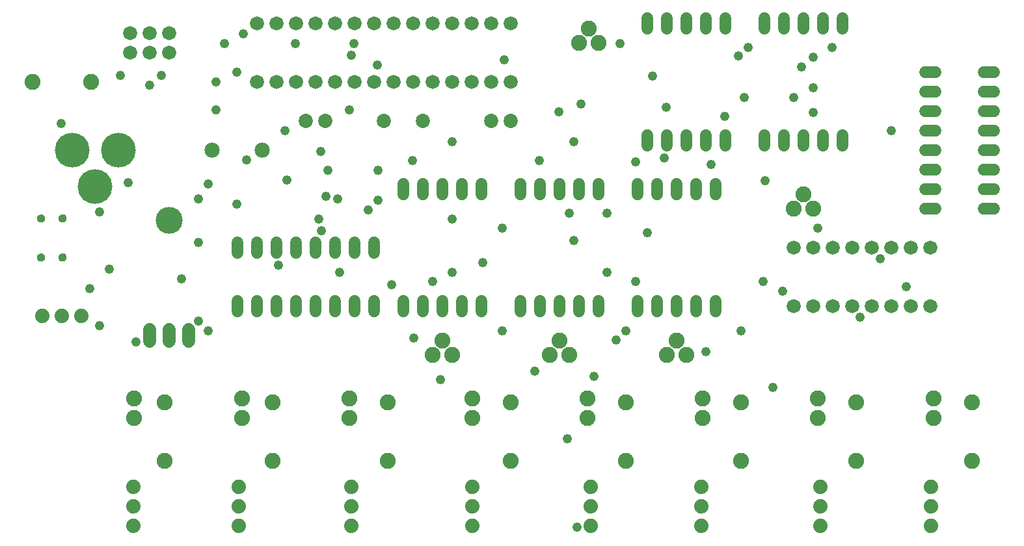
<source format=gts>
G75*
%MOIN*%
%OFA0B0*%
%FSLAX25Y25*%
%IPPOS*%
%LPD*%
%AMOC8*
5,1,8,0,0,1.08239X$1,22.5*
%
%ADD10C,0.06000*%
%ADD11C,0.17800*%
%ADD12C,0.08200*%
%ADD13C,0.06800*%
%ADD14C,0.13800*%
%ADD15C,0.07200*%
%ADD16C,0.00500*%
%ADD17C,0.07300*%
%ADD18C,0.07400*%
%ADD19C,0.07800*%
%ADD20C,0.04800*%
D10*
X0123791Y0129150D02*
X0123791Y0134350D01*
X0133791Y0134350D02*
X0133791Y0129150D01*
X0143791Y0129150D02*
X0143791Y0134350D01*
X0153791Y0134350D02*
X0153791Y0129150D01*
X0163791Y0129150D02*
X0163791Y0134350D01*
X0173791Y0134350D02*
X0173791Y0129150D01*
X0183791Y0129150D02*
X0183791Y0134350D01*
X0193791Y0134350D02*
X0193791Y0129150D01*
X0208791Y0129150D02*
X0208791Y0134350D01*
X0218791Y0134350D02*
X0218791Y0129150D01*
X0228791Y0129150D02*
X0228791Y0134350D01*
X0238791Y0134350D02*
X0238791Y0129150D01*
X0248791Y0129150D02*
X0248791Y0134350D01*
X0268791Y0134350D02*
X0268791Y0129150D01*
X0278791Y0129150D02*
X0278791Y0134350D01*
X0288791Y0134350D02*
X0288791Y0129150D01*
X0298791Y0129150D02*
X0298791Y0134350D01*
X0308791Y0134350D02*
X0308791Y0129150D01*
X0328791Y0129150D02*
X0328791Y0134350D01*
X0338791Y0134350D02*
X0338791Y0129150D01*
X0348791Y0129150D02*
X0348791Y0134350D01*
X0358791Y0134350D02*
X0358791Y0129150D01*
X0368791Y0129150D02*
X0368791Y0134350D01*
X0368791Y0189150D02*
X0368791Y0194350D01*
X0358791Y0194350D02*
X0358791Y0189150D01*
X0348791Y0189150D02*
X0348791Y0194350D01*
X0338791Y0194350D02*
X0338791Y0189150D01*
X0328791Y0189150D02*
X0328791Y0194350D01*
X0308791Y0194350D02*
X0308791Y0189150D01*
X0298791Y0189150D02*
X0298791Y0194350D01*
X0288791Y0194350D02*
X0288791Y0189150D01*
X0278791Y0189150D02*
X0278791Y0194350D01*
X0268791Y0194350D02*
X0268791Y0189150D01*
X0248791Y0189150D02*
X0248791Y0194350D01*
X0238791Y0194350D02*
X0238791Y0189150D01*
X0228791Y0189150D02*
X0228791Y0194350D01*
X0218791Y0194350D02*
X0218791Y0189150D01*
X0208791Y0189150D02*
X0208791Y0194350D01*
X0193791Y0164350D02*
X0193791Y0159150D01*
X0183791Y0159150D02*
X0183791Y0164350D01*
X0173791Y0164350D02*
X0173791Y0159150D01*
X0163791Y0159150D02*
X0163791Y0164350D01*
X0153791Y0164350D02*
X0153791Y0159150D01*
X0143791Y0159150D02*
X0143791Y0164350D01*
X0133791Y0164350D02*
X0133791Y0159150D01*
X0123791Y0159150D02*
X0123791Y0164350D01*
X0333791Y0214150D02*
X0333791Y0219350D01*
X0343791Y0219350D02*
X0343791Y0214150D01*
X0353791Y0214150D02*
X0353791Y0219350D01*
X0363791Y0219350D02*
X0363791Y0214150D01*
X0373791Y0214150D02*
X0373791Y0219350D01*
X0393791Y0219350D02*
X0393791Y0214150D01*
X0403791Y0214150D02*
X0403791Y0219350D01*
X0413791Y0219350D02*
X0413791Y0214150D01*
X0423791Y0214150D02*
X0423791Y0219350D01*
X0433791Y0219350D02*
X0433791Y0214150D01*
X0476191Y0211750D02*
X0481391Y0211750D01*
X0481391Y0221750D02*
X0476191Y0221750D01*
X0476191Y0231750D02*
X0481391Y0231750D01*
X0481391Y0241750D02*
X0476191Y0241750D01*
X0476191Y0251750D02*
X0481391Y0251750D01*
X0506191Y0251750D02*
X0511391Y0251750D01*
X0511391Y0241750D02*
X0506191Y0241750D01*
X0506191Y0231750D02*
X0511391Y0231750D01*
X0511391Y0221750D02*
X0506191Y0221750D01*
X0506191Y0211750D02*
X0511391Y0211750D01*
X0511391Y0201750D02*
X0506191Y0201750D01*
X0506191Y0191750D02*
X0511391Y0191750D01*
X0511391Y0181750D02*
X0506191Y0181750D01*
X0481391Y0181750D02*
X0476191Y0181750D01*
X0476191Y0191750D02*
X0481391Y0191750D01*
X0481391Y0201750D02*
X0476191Y0201750D01*
X0433791Y0274150D02*
X0433791Y0279350D01*
X0423791Y0279350D02*
X0423791Y0274150D01*
X0413791Y0274150D02*
X0413791Y0279350D01*
X0403791Y0279350D02*
X0403791Y0274150D01*
X0393791Y0274150D02*
X0393791Y0279350D01*
X0373791Y0279350D02*
X0373791Y0274150D01*
X0363791Y0274150D02*
X0363791Y0279350D01*
X0353791Y0279350D02*
X0353791Y0274150D01*
X0343791Y0274150D02*
X0343791Y0279350D01*
X0333791Y0279350D02*
X0333791Y0274150D01*
D11*
X0062728Y0211750D03*
X0039106Y0211750D03*
X0050917Y0193246D03*
D12*
X0048791Y0246750D03*
X0018791Y0246750D03*
X0228791Y0114250D03*
X0223791Y0106750D03*
X0233791Y0106750D03*
X0244145Y0084427D03*
X0244145Y0074427D03*
X0263830Y0082616D03*
X0303201Y0084427D03*
X0303201Y0074427D03*
X0322886Y0082616D03*
X0343791Y0106750D03*
X0353791Y0106750D03*
X0348791Y0114250D03*
X0362256Y0084427D03*
X0362256Y0074427D03*
X0381941Y0082616D03*
X0421311Y0084427D03*
X0421311Y0074427D03*
X0440996Y0082616D03*
X0480366Y0084427D03*
X0480366Y0074427D03*
X0500051Y0082616D03*
X0500051Y0052616D03*
X0440996Y0052616D03*
X0381941Y0052616D03*
X0322886Y0052616D03*
X0263830Y0052616D03*
X0200838Y0052616D03*
X0181153Y0074427D03*
X0181153Y0084427D03*
X0200838Y0082616D03*
X0141783Y0082616D03*
X0126035Y0084427D03*
X0126035Y0074427D03*
X0141783Y0052616D03*
X0086665Y0052616D03*
X0070917Y0074427D03*
X0086665Y0082616D03*
X0070917Y0084427D03*
X0283791Y0106750D03*
X0293791Y0106750D03*
X0288791Y0114250D03*
X0408791Y0181750D03*
X0418791Y0181750D03*
X0413791Y0189250D03*
X0308791Y0266750D03*
X0303791Y0274250D03*
X0298791Y0266750D03*
D13*
X0098791Y0119750D02*
X0098791Y0113750D01*
X0088791Y0113750D02*
X0088791Y0119750D01*
X0078791Y0119750D02*
X0078791Y0113750D01*
D14*
X0088791Y0175750D03*
D15*
X0133791Y0246750D03*
X0143791Y0246750D03*
X0153791Y0246750D03*
X0163791Y0246750D03*
X0173791Y0246750D03*
X0183791Y0246750D03*
X0193791Y0246750D03*
X0203791Y0246750D03*
X0213791Y0246750D03*
X0223791Y0246750D03*
X0233791Y0246750D03*
X0243791Y0246750D03*
X0253791Y0246750D03*
X0263791Y0246750D03*
X0263791Y0276750D03*
X0253791Y0276750D03*
X0243791Y0276750D03*
X0233791Y0276750D03*
X0223791Y0276750D03*
X0213791Y0276750D03*
X0203791Y0276750D03*
X0193791Y0276750D03*
X0183791Y0276750D03*
X0173791Y0276750D03*
X0163791Y0276750D03*
X0153791Y0276750D03*
X0143791Y0276750D03*
X0133791Y0276750D03*
X0088791Y0271750D03*
X0078791Y0271750D03*
X0068791Y0271750D03*
X0068791Y0261750D03*
X0078791Y0261750D03*
X0088791Y0261750D03*
X0408791Y0161750D03*
X0418791Y0161750D03*
X0428791Y0161750D03*
X0438791Y0161750D03*
X0448791Y0161750D03*
X0458791Y0161750D03*
X0468791Y0161750D03*
X0478791Y0161750D03*
X0478791Y0131750D03*
X0468791Y0131750D03*
X0458791Y0131750D03*
X0448791Y0131750D03*
X0438791Y0131750D03*
X0428791Y0131750D03*
X0418791Y0131750D03*
X0408791Y0131750D03*
D16*
X0036021Y0156730D02*
X0035974Y0156346D01*
X0035844Y0155983D01*
X0035636Y0155658D01*
X0035360Y0155387D01*
X0035031Y0155184D01*
X0034665Y0155060D01*
X0034281Y0155020D01*
X0033900Y0155054D01*
X0033535Y0155172D01*
X0033206Y0155368D01*
X0032929Y0155632D01*
X0032718Y0155952D01*
X0032583Y0156310D01*
X0032531Y0156690D01*
X0032566Y0157090D01*
X0032690Y0157473D01*
X0032895Y0157819D01*
X0033172Y0158110D01*
X0033507Y0158332D01*
X0033883Y0158475D01*
X0034281Y0158530D01*
X0034674Y0158478D01*
X0035046Y0158341D01*
X0035378Y0158125D01*
X0035654Y0157840D01*
X0035859Y0157501D01*
X0035983Y0157124D01*
X0036021Y0156730D01*
X0036017Y0156772D02*
X0032538Y0156772D01*
X0032597Y0156274D02*
X0035948Y0156274D01*
X0035711Y0155775D02*
X0032835Y0155775D01*
X0033359Y0155277D02*
X0035181Y0155277D01*
X0035935Y0157271D02*
X0032624Y0157271D01*
X0032865Y0157769D02*
X0035696Y0157769D01*
X0035159Y0158268D02*
X0033410Y0158268D01*
X0024963Y0157124D02*
X0025001Y0156730D01*
X0024954Y0156346D01*
X0024824Y0155983D01*
X0024615Y0155658D01*
X0024340Y0155387D01*
X0024011Y0155184D01*
X0023645Y0155060D01*
X0023261Y0155020D01*
X0022880Y0155054D01*
X0022515Y0155172D01*
X0022186Y0155368D01*
X0021909Y0155632D01*
X0021698Y0155952D01*
X0021563Y0156310D01*
X0021511Y0156690D01*
X0021546Y0157090D01*
X0021669Y0157473D01*
X0021875Y0157819D01*
X0022152Y0158110D01*
X0022487Y0158332D01*
X0022863Y0158475D01*
X0023261Y0158530D01*
X0023654Y0158478D01*
X0024026Y0158341D01*
X0024358Y0158125D01*
X0024633Y0157840D01*
X0024839Y0157501D01*
X0024963Y0157124D01*
X0024915Y0157271D02*
X0021604Y0157271D01*
X0021518Y0156772D02*
X0024997Y0156772D01*
X0024928Y0156274D02*
X0021577Y0156274D01*
X0021815Y0155775D02*
X0024691Y0155775D01*
X0024161Y0155277D02*
X0022339Y0155277D01*
X0021845Y0157769D02*
X0024676Y0157769D01*
X0024139Y0158268D02*
X0022389Y0158268D01*
X0023261Y0175020D02*
X0023645Y0175060D01*
X0024011Y0175184D01*
X0024340Y0175387D01*
X0024615Y0175658D01*
X0024824Y0175983D01*
X0024954Y0176346D01*
X0025001Y0176730D01*
X0024963Y0177124D01*
X0024839Y0177501D01*
X0024633Y0177840D01*
X0024358Y0178125D01*
X0024026Y0178341D01*
X0023654Y0178478D01*
X0023261Y0178530D01*
X0022863Y0178475D01*
X0022487Y0178332D01*
X0022152Y0178110D01*
X0021875Y0177819D01*
X0021669Y0177473D01*
X0021546Y0177090D01*
X0021511Y0176690D01*
X0021563Y0176310D01*
X0021698Y0175952D01*
X0021909Y0175632D01*
X0022186Y0175368D01*
X0022515Y0175172D01*
X0022880Y0175054D01*
X0023261Y0175020D01*
X0024065Y0175217D02*
X0022439Y0175217D01*
X0021854Y0175716D02*
X0024653Y0175716D01*
X0024907Y0176214D02*
X0021599Y0176214D01*
X0021513Y0176713D02*
X0024999Y0176713D01*
X0024935Y0177211D02*
X0021585Y0177211D01*
X0021810Y0177710D02*
X0024712Y0177710D01*
X0024230Y0178208D02*
X0022300Y0178208D01*
X0032566Y0177090D02*
X0032531Y0176690D01*
X0032583Y0176310D01*
X0032718Y0175952D01*
X0032929Y0175632D01*
X0033206Y0175368D01*
X0033535Y0175172D01*
X0033900Y0175054D01*
X0034281Y0175020D01*
X0034665Y0175060D01*
X0035031Y0175184D01*
X0035360Y0175387D01*
X0035636Y0175658D01*
X0035844Y0175983D01*
X0035974Y0176346D01*
X0036021Y0176730D01*
X0035983Y0177124D01*
X0035859Y0177501D01*
X0035654Y0177840D01*
X0035378Y0178125D01*
X0035046Y0178341D01*
X0034674Y0178478D01*
X0034281Y0178530D01*
X0033883Y0178475D01*
X0033507Y0178332D01*
X0033172Y0178110D01*
X0032895Y0177819D01*
X0032690Y0177473D01*
X0032566Y0177090D01*
X0032605Y0177211D02*
X0035955Y0177211D01*
X0036019Y0176713D02*
X0032533Y0176713D01*
X0032619Y0176214D02*
X0035927Y0176214D01*
X0035673Y0175716D02*
X0032874Y0175716D01*
X0033459Y0175217D02*
X0035085Y0175217D01*
X0035732Y0177710D02*
X0032830Y0177710D01*
X0033320Y0178208D02*
X0035250Y0178208D01*
D17*
X0158791Y0226750D03*
X0168791Y0226750D03*
X0198791Y0226750D03*
X0218791Y0226750D03*
X0253791Y0226750D03*
X0263791Y0226750D03*
D18*
X0070484Y0019191D03*
X0070484Y0029191D03*
X0070484Y0039191D03*
X0124421Y0039191D03*
X0124421Y0029191D03*
X0124421Y0019191D03*
X0182295Y0019191D03*
X0182295Y0029191D03*
X0182295Y0039191D03*
X0244106Y0039191D03*
X0244106Y0029191D03*
X0244106Y0019191D03*
X0304854Y0019191D03*
X0304854Y0029191D03*
X0304854Y0039191D03*
X0361665Y0039191D03*
X0361665Y0029191D03*
X0361665Y0019191D03*
X0422413Y0019191D03*
X0422413Y0029191D03*
X0422413Y0039191D03*
X0479224Y0039191D03*
X0479224Y0029191D03*
X0479224Y0019191D03*
X0043791Y0126750D03*
X0033791Y0126750D03*
X0023791Y0126750D03*
D19*
X0110996Y0211750D03*
X0136586Y0211750D03*
D20*
X0128496Y0206888D03*
X0149165Y0196553D03*
X0170327Y0201474D03*
X0166389Y0211317D03*
X0148181Y0221652D03*
X0181153Y0232478D03*
X0195425Y0255608D03*
X0182138Y0260530D03*
X0183614Y0266435D03*
X0153594Y0266435D03*
X0127019Y0271356D03*
X0117177Y0266435D03*
X0123575Y0251671D03*
X0112748Y0246750D03*
X0112748Y0232478D03*
X0084697Y0250195D03*
X0078791Y0245274D03*
X0064027Y0250195D03*
X0033515Y0225589D03*
X0067964Y0195077D03*
X0053201Y0180313D03*
X0103889Y0186711D03*
X0108811Y0194585D03*
X0123575Y0184250D03*
X0103889Y0164565D03*
X0095031Y0145864D03*
X0058122Y0150785D03*
X0048279Y0140943D03*
X0053201Y0121750D03*
X0071901Y0113384D03*
X0103889Y0124211D03*
X0108811Y0119289D03*
X0144736Y0152754D03*
X0166882Y0170470D03*
X0165405Y0176376D03*
X0169342Y0188187D03*
X0175248Y0186711D03*
X0190996Y0181297D03*
X0195917Y0186219D03*
X0195917Y0201474D03*
X0213634Y0206396D03*
X0233811Y0216238D03*
X0278594Y0206396D03*
X0296311Y0216238D03*
X0288437Y0231494D03*
X0299756Y0235431D03*
X0336665Y0249703D03*
X0319933Y0266435D03*
X0343555Y0233955D03*
X0373575Y0229033D03*
X0383417Y0238876D03*
X0409008Y0238876D03*
X0418850Y0243797D03*
X0412945Y0254624D03*
X0418850Y0259545D03*
X0428693Y0264467D03*
X0385386Y0264467D03*
X0380464Y0260037D03*
X0418850Y0231002D03*
X0458712Y0221652D03*
X0394244Y0196061D03*
X0366685Y0204427D03*
X0342571Y0207872D03*
X0327807Y0205904D03*
X0313043Y0179329D03*
X0293850Y0179329D03*
X0296311Y0165549D03*
X0313043Y0149309D03*
X0327807Y0144388D03*
X0322886Y0119289D03*
X0317964Y0114368D03*
X0306645Y0095667D03*
X0276134Y0098620D03*
X0259401Y0119289D03*
X0223968Y0144388D03*
X0233811Y0149309D03*
X0249559Y0154230D03*
X0259401Y0171947D03*
X0233811Y0176376D03*
X0202807Y0142911D03*
X0176232Y0149309D03*
X0214126Y0115352D03*
X0227905Y0094191D03*
X0292866Y0063679D03*
X0297787Y0018404D03*
X0398181Y0090254D03*
X0363732Y0108463D03*
X0381941Y0119289D03*
X0403102Y0139467D03*
X0393260Y0144388D03*
X0442964Y0126179D03*
X0466586Y0141927D03*
X0453299Y0156199D03*
X0421311Y0171947D03*
X0333712Y0169486D03*
X0260386Y0258069D03*
M02*

</source>
